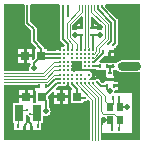
<source format=gtl>
G04*
G04 #@! TF.GenerationSoftware,Altium Limited,Altium Designer,19.0.15 (446)*
G04*
G04 Layer_Physical_Order=1*
G04 Layer_Color=255*
%FSLAX24Y24*%
%MOIN*%
G70*
G01*
G75*
%ADD10C,0.0079*%
%ADD12C,0.0049*%
%ADD13R,0.0295X0.0315*%
%ADD14R,0.0106X0.0118*%
%ADD15R,0.0217X0.0256*%
%ADD16C,0.0079*%
%ADD17R,0.0295X0.0551*%
%ADD18R,0.0118X0.0106*%
%ADD26C,0.0090*%
%ADD27C,0.0080*%
%ADD28C,0.0300*%
%ADD29R,0.0354X0.0354*%
%ADD30R,0.0315X0.0300*%
%ADD31C,0.0197*%
%ADD32C,0.0098*%
G36*
X280Y1587D02*
Y1346D01*
X277D01*
Y1214D01*
X227D01*
Y1164D01*
X81D01*
X80Y1164D01*
X40Y1139D01*
X35Y1140D01*
X10Y1142D01*
X-15Y1140D01*
X-28Y1137D01*
X-57Y1152D01*
X-78Y1172D01*
Y1294D01*
X234Y1606D01*
X280Y1587D01*
D02*
G37*
G36*
X935Y1265D02*
Y1172D01*
X914Y1152D01*
X885Y1137D01*
X871Y1140D01*
X846Y1142D01*
X822Y1140D01*
X798Y1134D01*
X788Y1131D01*
X752Y1147D01*
X738Y1161D01*
Y1164D01*
X600D01*
Y1214D01*
X550D01*
Y1346D01*
X547D01*
Y1588D01*
X593Y1607D01*
X935Y1265D01*
D02*
G37*
G36*
X-473Y1977D02*
Y825D01*
X-473Y825D01*
X-471Y806D01*
X-465Y787D01*
X-456Y770D01*
X-444Y755D01*
X-331Y642D01*
X-339Y586D01*
X-344Y581D01*
X-364Y579D01*
X-382Y574D01*
X-398Y565D01*
X-399Y566D01*
X-413Y578D01*
X-428Y588D01*
X-432Y589D01*
Y527D01*
X-436Y520D01*
X-442Y502D01*
X-442Y495D01*
Y482D01*
X-461Y463D01*
X-621D01*
X-637Y447D01*
X-646Y443D01*
X-906D01*
Y492D01*
X-974D01*
X-1013Y517D01*
X-1015Y536D01*
X-1021Y555D01*
X-1030Y572D01*
X-1042Y587D01*
X-1259Y804D01*
Y1177D01*
X-1259Y1177D01*
X-1261Y1197D01*
X-1267Y1215D01*
X-1276Y1232D01*
X-1288Y1247D01*
X-1288Y1247D01*
X-1466Y1425D01*
Y1978D01*
X-1421Y2007D01*
X-518D01*
X-473Y1977D01*
D02*
G37*
G36*
X-1664Y1978D02*
Y1384D01*
X-1664Y1384D01*
X-1662Y1365D01*
X-1656Y1346D01*
X-1647Y1329D01*
X-1635Y1314D01*
X-1457Y1136D01*
Y763D01*
X-1457Y763D01*
X-1455Y743D01*
X-1450Y725D01*
X-1441Y708D01*
X-1428Y693D01*
X-1274Y538D01*
X-1293Y492D01*
X-1319D01*
Y209D01*
X-1371Y157D01*
X-1417Y176D01*
Y226D01*
X-1594D01*
Y39D01*
X-1494D01*
X-1467Y34D01*
X-1458Y-14D01*
X-1460Y-15D01*
X-1476Y-34D01*
X-1489Y-55D01*
X-1498Y-78D01*
X-1504Y-102D01*
X-1506Y-127D01*
X-1504Y-152D01*
X-1499Y-171D01*
X-1500Y-179D01*
X-1531Y-221D01*
X-1532Y-221D01*
X-2343D01*
X-2361Y-173D01*
Y2007D01*
X-1709D01*
X-1664Y1978D01*
D02*
G37*
G36*
X2184Y131D02*
X2037D01*
X2037Y131D01*
X1588D01*
X1562Y129D01*
X1536Y124D01*
X1511Y116D01*
X1488Y104D01*
X1466Y90D01*
X1446Y72D01*
X1434Y58D01*
X1388Y49D01*
X1388Y49D01*
X1163D01*
Y49D01*
X853D01*
X834Y95D01*
X1008Y269D01*
X1053Y281D01*
X1053Y281D01*
X1135D01*
Y418D01*
X1185D01*
Y468D01*
X1317D01*
Y526D01*
X1318Y527D01*
X1334Y533D01*
X1348Y542D01*
X1361Y553D01*
X1372Y566D01*
X1381Y581D01*
X1386Y591D01*
X1428Y634D01*
X1428Y634D01*
X1441Y649D01*
X1450Y666D01*
X1455Y684D01*
X1457Y704D01*
X1457Y704D01*
Y1440D01*
X1457Y1440D01*
X1455Y1460D01*
X1450Y1478D01*
X1441Y1495D01*
X1428Y1510D01*
X1428Y1510D01*
X1014Y1924D01*
X1015Y1982D01*
X1037Y2004D01*
X1045Y2007D01*
X2184D01*
Y131D01*
D02*
G37*
G36*
X565Y-151D02*
X582Y-160D01*
X601Y-166D01*
X620Y-168D01*
X620Y-168D01*
X733D01*
Y-187D01*
X1055D01*
Y-379D01*
X1035D01*
Y-461D01*
X1310D01*
Y-379D01*
X1291D01*
Y-187D01*
X1388D01*
Y-187D01*
X1434Y-196D01*
X1446Y-210D01*
X1466Y-227D01*
X1488Y-242D01*
X1511Y-253D01*
X1536Y-262D01*
X1562Y-267D01*
X1588Y-268D01*
X2037D01*
X2037Y-268D01*
X2184D01*
Y-2538D01*
X930D01*
X881Y-2520D01*
Y-1794D01*
X885Y-1788D01*
X931Y-1768D01*
X937Y-1773D01*
X935Y-2303D01*
X1919D01*
Y-965D01*
X1370D01*
X1351Y-950D01*
X1328Y-915D01*
X1329Y-905D01*
X1368Y-859D01*
X1445D01*
Y-771D01*
X1313D01*
Y-671D01*
X1445D01*
Y-584D01*
X1310D01*
Y-561D01*
X1035D01*
Y-603D01*
X977D01*
Y-622D01*
X922D01*
X861Y-561D01*
X857Y-551D01*
X848Y-536D01*
X837Y-523D01*
X824Y-512D01*
X809Y-503D01*
X794Y-497D01*
X777Y-493D01*
X760Y-491D01*
X743Y-493D01*
X726Y-497D01*
X711Y-503D01*
X696Y-512D01*
X683Y-523D01*
X672Y-536D01*
X672Y-536D01*
X658Y-529D01*
X639Y-523D01*
X620Y-521D01*
X601Y-523D01*
X582Y-529D01*
X565Y-538D01*
X551Y-549D01*
X537Y-538D01*
X520Y-529D01*
X503Y-523D01*
X488Y-497D01*
X486Y-487D01*
X510Y-451D01*
X516Y-449D01*
X532Y-443D01*
X544Y-435D01*
X550Y-440D01*
X566Y-450D01*
X570Y-452D01*
Y-410D01*
X570Y-410D01*
X579Y-395D01*
X586Y-379D01*
X590Y-363D01*
X591Y-346D01*
X591Y-344D01*
X590Y-329D01*
X586Y-312D01*
X579Y-297D01*
X570Y-282D01*
X570Y-282D01*
Y-237D01*
X566Y-239D01*
X550Y-249D01*
X549Y-250D01*
X510Y-238D01*
X503Y-221D01*
X499Y-207D01*
X502Y-196D01*
X513Y-173D01*
X516Y-172D01*
X532Y-166D01*
X546Y-157D01*
X559Y-146D01*
X565Y-151D01*
D02*
G37*
G36*
X-168Y-672D02*
X-166Y-691D01*
X-160Y-710D01*
X-157Y-716D01*
Y-727D01*
X-153Y-726D01*
X-152Y-726D01*
X-151Y-727D01*
X-139Y-742D01*
X-65Y-816D01*
X-85Y-866D01*
X-118D01*
Y-1299D01*
X295D01*
Y-1259D01*
X301Y-1249D01*
X329Y-1226D01*
X345Y-1220D01*
X354Y-1221D01*
X371Y-1219D01*
X388Y-1215D01*
X404Y-1209D01*
X418Y-1200D01*
X431Y-1189D01*
X478Y-1187D01*
X516Y-1218D01*
Y-2520D01*
X468Y-2538D01*
X-2361D01*
Y-733D01*
X-2343Y-684D01*
X-1317D01*
Y-688D01*
X-1185D01*
Y-788D01*
X-1317D01*
Y-876D01*
X-1289D01*
Y-1299D01*
X-1338Y-1303D01*
X-1388D01*
Y-1133D01*
X-1841D01*
Y-1303D01*
X-2040D01*
Y-1972D01*
X-1999D01*
Y-2179D01*
X-1794D01*
Y-2199D01*
X-1712D01*
Y-2061D01*
X-1612D01*
Y-2199D01*
X-1576D01*
Y-2199D01*
X-1494D01*
Y-2061D01*
X-1394D01*
Y-2199D01*
X-1312D01*
Y-2179D01*
X-1107D01*
Y-1972D01*
X-1056D01*
Y-1746D01*
X-1050Y-1738D01*
X-1006Y-1714D01*
X-1004Y-1715D01*
X-979Y-1721D01*
X-955Y-1723D01*
X-930Y-1721D01*
X-906Y-1715D01*
X-883Y-1706D01*
X-862Y-1693D01*
X-843Y-1677D01*
X-827Y-1658D01*
X-814Y-1637D01*
X-804Y-1614D01*
X-799Y-1590D01*
X-797Y-1565D01*
X-799Y-1540D01*
X-804Y-1516D01*
X-814Y-1493D01*
X-827Y-1472D01*
X-843Y-1453D01*
X-856Y-1442D01*
Y-1211D01*
X-858Y-1191D01*
X-863Y-1173D01*
X-872Y-1156D01*
X-876Y-1151D01*
Y-1048D01*
X-719Y-891D01*
X-669Y-912D01*
Y-1033D01*
X-493D01*
Y-846D01*
X-604D01*
X-624Y-796D01*
X-547Y-719D01*
X-482D01*
X-463Y-717D01*
X-444Y-711D01*
X-427Y-702D01*
X-413Y-691D01*
X-399Y-702D01*
X-382Y-711D01*
X-364Y-717D01*
X-344Y-719D01*
X-325Y-717D01*
X-307Y-711D01*
X-291Y-703D01*
X-290Y-704D01*
X-276Y-716D01*
X-260Y-726D01*
X-257Y-727D01*
Y-665D01*
X-253Y-658D01*
X-247Y-639D01*
X-246Y-620D01*
X-168D01*
Y-672D01*
D02*
G37*
G36*
X-1573Y-1693D02*
X-1564Y-1708D01*
X-1553Y-1720D01*
X-1540Y-1732D01*
X-1526Y-1740D01*
X-1510Y-1747D01*
X-1493Y-1751D01*
X-1476Y-1752D01*
X-1469Y-1759D01*
Y-1923D01*
X-1530D01*
Y-1923D01*
X-1627D01*
Y-1691D01*
X-1580Y-1677D01*
X-1573Y-1693D01*
D02*
G37*
%LPC*%
G36*
X177Y1346D02*
X90D01*
Y1264D01*
X177D01*
Y1346D01*
D02*
G37*
G36*
X738D02*
X650D01*
Y1264D01*
X738D01*
Y1346D01*
D02*
G37*
G36*
X-1417Y512D02*
X-1594D01*
Y326D01*
X-1417D01*
Y512D01*
D02*
G37*
G36*
X-1694D02*
X-1870D01*
Y326D01*
X-1694D01*
Y512D01*
D02*
G37*
G36*
Y226D02*
X-1870D01*
Y39D01*
X-1694D01*
Y226D01*
D02*
G37*
G36*
X1317Y368D02*
X1235D01*
Y281D01*
X1317D01*
Y368D01*
D02*
G37*
G36*
X727Y-394D02*
X670D01*
Y-452D01*
X674Y-450D01*
X690Y-440D01*
X704Y-428D01*
X716Y-414D01*
X726Y-398D01*
X727Y-394D01*
D02*
G37*
G36*
X-1388Y-846D02*
X-1564D01*
Y-1033D01*
X-1388D01*
Y-846D01*
D02*
G37*
G36*
X-1664D02*
X-1841D01*
Y-1033D01*
X-1664D01*
Y-846D01*
D02*
G37*
G36*
X-217Y-846D02*
X-393D01*
Y-1033D01*
X-217D01*
Y-846D01*
D02*
G37*
G36*
Y-1133D02*
X-393D01*
Y-1319D01*
X-217D01*
Y-1133D01*
D02*
G37*
G36*
X-493D02*
X-669D01*
Y-1319D01*
X-493D01*
Y-1133D01*
D02*
G37*
%LPD*%
D10*
X-482Y207D02*
X-482D01*
X-1112D02*
Y276D01*
X-1348Y-127D02*
Y29D01*
X-1348Y30D02*
X-1348Y29D01*
X-1348Y30D02*
Y39D01*
X-1112Y276D01*
X-1112Y276D01*
X-1565Y1384D02*
Y1978D01*
Y1384D02*
X-1358Y1177D01*
Y763D02*
Y1177D01*
Y763D02*
X-1112Y517D01*
Y344D02*
X-482D01*
X-1112Y276D02*
Y344D01*
Y517D01*
X-1112Y207D02*
X-482D01*
X1201Y-1870D02*
X1257D01*
X974D02*
X1201D01*
X974Y-1870D02*
X974Y-1870D01*
X1257Y-2165D02*
Y-1870D01*
X1535Y-1417D02*
X1762D01*
X1500Y-1382D02*
X1535Y-1417D01*
X1500Y-1382D02*
Y-1112D01*
X1761Y-1419D02*
X1762Y-1417D01*
X1752Y-1419D02*
X1761D01*
X79Y-1083D02*
Y-820D01*
Y-1083D02*
X84Y-1088D01*
X89Y-1083D02*
X118Y-1112D01*
X354D01*
X-69Y-672D02*
X79Y-820D01*
X-1388Y-807D02*
Y-768D01*
X-1358Y-738D01*
X-1185D01*
X-207Y-758D02*
Y-620D01*
X-955Y-1565D02*
Y-1211D01*
X-1083Y-1083D02*
X-955Y-1211D01*
X902Y1897D02*
Y1969D01*
X1284Y630D02*
X1358Y704D01*
Y1440D01*
X902Y1897D02*
X1358Y1440D01*
X774Y1844D02*
Y1969D01*
X1134Y674D02*
X1230Y771D01*
Y1387D01*
X774Y1844D02*
X1230Y1387D01*
X667Y69D02*
X960Y362D01*
Y418D01*
X-640Y-482D02*
X-482D01*
X-896Y-738D02*
X-640Y-482D01*
X-961Y-738D02*
X-896D01*
X-588Y-620D02*
X-482D01*
X-1050Y-1083D02*
X-588Y-620D01*
X-1083Y-1083D02*
X-1050D01*
X-69Y-672D02*
Y-620D01*
X881Y-721D02*
X1089D01*
X760Y-600D02*
X881Y-721D01*
X620Y69D02*
X667D01*
X207Y970D02*
X226Y990D01*
X16D02*
X226D01*
X344Y-207D02*
X517D01*
X1089Y-823D02*
Y-721D01*
Y-823D02*
X1171Y-905D01*
X700Y1382D02*
X817Y1265D01*
X-1549Y-1901D02*
X-1548Y-1901D01*
X-1662Y-2015D02*
X-1549Y-1901D01*
X-1662Y-2061D02*
Y-2015D01*
X-1548Y-1901D02*
X-1444Y-2005D01*
Y-2061D02*
Y-2005D01*
X518Y-208D02*
X539D01*
X620Y-289D01*
Y-344D02*
Y-289D01*
Y-69D02*
X845D01*
X1132Y-511D02*
X1173D01*
X924Y-303D02*
X1132Y-511D01*
X207Y-207D02*
X344D01*
X517D02*
X518Y-208D01*
X811Y990D02*
X817Y984D01*
X600Y990D02*
X811D01*
X600D02*
X620Y970D01*
Y482D02*
Y970D01*
X207Y482D02*
Y970D01*
X10Y984D02*
X16Y990D01*
X-207Y1604D02*
Y1977D01*
Y482D02*
Y658D01*
X-374Y825D02*
X-207Y658D01*
X-374Y825D02*
Y1977D01*
X11Y1228D02*
X214D01*
X227Y1214D01*
X614Y1228D02*
X817D01*
X600Y1214D02*
X614Y1228D01*
X11D02*
Y1265D01*
X128Y1382D01*
D12*
X620Y-644D02*
Y-620D01*
X1317Y-1645D02*
X1482Y-1811D01*
X966Y-1645D02*
X1317D01*
X896Y-1575D02*
X966Y-1645D01*
X896Y-1575D02*
Y-1059D01*
X482Y-645D02*
Y-620D01*
Y-645D02*
X896Y-1059D01*
X1201Y-1417D02*
Y-1398D01*
X1482Y-2165D02*
Y-1811D01*
X1201Y-1398D02*
X1276Y-1323D01*
Y-1101D01*
X620Y-644D02*
X1024Y-1048D01*
Y-1220D02*
Y-1048D01*
Y-1220D02*
X1201Y-1398D01*
Y-1417D02*
Y-1398D01*
X69Y-650D02*
X600Y-1181D01*
X207Y-648D02*
X699Y-1140D01*
X207Y-648D02*
Y-620D01*
X344Y-647D02*
X797Y-1100D01*
X344Y-647D02*
Y-620D01*
X797Y-2520D02*
Y-1100D01*
X699Y-2520D02*
Y-1140D01*
X600Y-2520D02*
Y-1181D01*
X733Y587D02*
X1019Y872D01*
Y1300D01*
X562Y1756D02*
X1019Y1300D01*
X660Y1797D02*
Y1988D01*
X832Y546D02*
X1117Y831D01*
Y1340D01*
X660Y1797D02*
X1117Y1340D01*
X562Y1756D02*
Y1988D01*
X733Y434D02*
Y587D01*
X832Y393D02*
Y546D01*
X645Y207D02*
X832Y393D01*
X644Y344D02*
X733Y434D01*
X69Y-650D02*
Y-620D01*
X-261Y1370D02*
X167Y1798D01*
Y1988D01*
X-162Y1329D02*
X266Y1757D01*
Y1988D01*
X463Y566D02*
Y1988D01*
Y566D02*
X482Y546D01*
Y482D02*
Y546D01*
X364Y566D02*
Y1988D01*
X344Y546D02*
X364Y566D01*
X344Y482D02*
Y546D01*
X-1476Y-1644D02*
X-1269D01*
X-1263Y-1638D01*
X-922Y-600D02*
X-666Y-344D01*
X-2343Y-600D02*
X-922D01*
X-962Y-502D02*
X-667Y-207D01*
X-2343Y-502D02*
X-962D01*
X-1003Y-404D02*
X-669Y-69D01*
X-2343Y-404D02*
X-1003D01*
X-1044Y-305D02*
X-670Y69D01*
X-2343Y-305D02*
X-1044D01*
X-666Y-344D02*
X-482D01*
X-667Y-207D02*
X-482D01*
X-669Y-69D02*
X-482D01*
X-670Y69D02*
X-482D01*
X-1593Y-1535D02*
X-1568Y-1510D01*
X69Y482D02*
Y682D01*
X-162Y913D02*
X69Y682D01*
X-162Y913D02*
Y1329D01*
X-69Y482D02*
Y680D01*
X-261Y872D02*
X-69Y680D01*
X-261Y872D02*
Y1370D01*
X620Y344D02*
X644D01*
X-1731Y-1535D02*
X-1593D01*
X-1824Y-1628D02*
X-1731Y-1535D01*
X-1887Y-1691D02*
X-1834Y-1638D01*
X-1887Y-2061D02*
Y-1691D01*
X-1263Y-1638D02*
X-1219Y-1681D01*
Y-2061D02*
Y-1681D01*
X620Y207D02*
X645D01*
D13*
X-1644Y276D02*
D03*
X-1112D02*
D03*
X-1083Y-1083D02*
D03*
X-1614D02*
D03*
X-443Y-1083D02*
D03*
X89D02*
D03*
D14*
X1500Y-1112D02*
D03*
X1276D02*
D03*
X1257Y-2165D02*
D03*
X1482D02*
D03*
X1089Y-721D02*
D03*
X1313D02*
D03*
X1275Y-69D02*
D03*
X1500D02*
D03*
X845Y-69D02*
D03*
X1070D02*
D03*
X-1444Y-2061D02*
D03*
X-1219D02*
D03*
X-1662Y-2061D02*
D03*
X-1887Y-2061D02*
D03*
X1185Y418D02*
D03*
X960D02*
D03*
X-1185Y-738D02*
D03*
X-961D02*
D03*
D15*
X1535Y-1870D02*
D03*
X1201Y-1870D02*
D03*
Y-1417D02*
D03*
X1535Y-1417D02*
D03*
D16*
X344Y344D02*
D03*
X620Y-344D02*
D03*
X482D02*
D03*
X620Y-620D02*
D03*
X-482Y482D02*
D03*
X-344D02*
D03*
X-207D02*
D03*
X-69D02*
D03*
X69D02*
D03*
X207D02*
D03*
X344D02*
D03*
X482D02*
D03*
X620D02*
D03*
X-482Y344D02*
D03*
X-344D02*
D03*
X-207D02*
D03*
X-69D02*
D03*
X69D02*
D03*
X207D02*
D03*
X482D02*
D03*
X620D02*
D03*
X-482Y207D02*
D03*
X-344D02*
D03*
X-69D02*
D03*
X69D02*
D03*
X207D02*
D03*
X344D02*
D03*
X482D02*
D03*
X620D02*
D03*
X-482Y69D02*
D03*
X-344D02*
D03*
X-207D02*
D03*
X-69D02*
D03*
X69D02*
D03*
X207D02*
D03*
X344D02*
D03*
X482D02*
D03*
X620D02*
D03*
X-482Y-69D02*
D03*
X-344D02*
D03*
X-207D02*
D03*
X-69D02*
D03*
X69D02*
D03*
X207D02*
D03*
X344D02*
D03*
X482D02*
D03*
X620D02*
D03*
X-482Y-207D02*
D03*
X-344D02*
D03*
X-207D02*
D03*
X-69D02*
D03*
X69D02*
D03*
X207D02*
D03*
X344D02*
D03*
X-482Y-344D02*
D03*
X-344D02*
D03*
X-207D02*
D03*
X-69D02*
D03*
X69D02*
D03*
X207D02*
D03*
X-482Y-482D02*
D03*
X-344D02*
D03*
X-207D02*
D03*
X-69D02*
D03*
X69D02*
D03*
X207D02*
D03*
X344D02*
D03*
X-482Y-620D02*
D03*
X-344D02*
D03*
X-207D02*
D03*
X-69D02*
D03*
X69D02*
D03*
X207D02*
D03*
X344D02*
D03*
X482D02*
D03*
D17*
X-1834Y-1638D02*
D03*
X-1263D02*
D03*
D18*
X600Y1214D02*
D03*
Y990D02*
D03*
X227Y1214D02*
D03*
Y990D02*
D03*
X1173Y-287D02*
D03*
Y-511D02*
D03*
D26*
X1072Y-69D02*
X1178D01*
X1275D01*
X1280D01*
D27*
X1173Y-74D02*
X1178Y-69D01*
X1173Y-287D02*
Y-74D01*
D28*
X1588Y-69D02*
X2037D01*
D29*
X69Y-69D02*
D03*
D30*
X2030Y-69D02*
D03*
D31*
X-1585Y1083D02*
D03*
X-1969Y285D02*
D03*
X-817Y600D02*
D03*
X2067Y-2421D02*
D03*
X2067Y-1093D02*
D03*
X1004Y-2421D02*
D03*
X974Y-1870D02*
D03*
X1752Y-1419D02*
D03*
X-610Y1604D02*
D03*
X-1260Y1880D02*
D03*
X-935Y1289D02*
D03*
X1427Y453D02*
D03*
X394Y-1624D02*
D03*
X-974Y-2057D02*
D03*
X-364Y-2421D02*
D03*
X-955Y-1565D02*
D03*
X157Y20D02*
D03*
X-167Y-1388D02*
D03*
X-20Y-157D02*
D03*
X157Y-2096D02*
D03*
X-974Y-2421D02*
D03*
X1535Y-709D02*
D03*
X1171Y-905D02*
D03*
X2067Y797D02*
D03*
X1575Y1299D02*
D03*
X2067Y1890D02*
D03*
X1220Y1890D02*
D03*
X394Y-2411D02*
D03*
X1722Y-389D02*
D03*
X2067Y249D02*
D03*
X2047Y-389D02*
D03*
X1722Y249D02*
D03*
X1148Y190D02*
D03*
X924Y-303D02*
D03*
X1440Y-380D02*
D03*
X-1348Y-127D02*
D03*
X846Y984D02*
D03*
X10D02*
D03*
X10Y1228D02*
D03*
X846D02*
D03*
X-2244Y-98D02*
D03*
Y778D02*
D03*
X-1949Y-1181D02*
D03*
X-650Y1890D02*
D03*
X2067Y1299D02*
D03*
X-1783Y1890D02*
D03*
X-2244Y1368D02*
D03*
Y1890D02*
D03*
X-2234Y-2421D02*
D03*
D32*
X-344Y344D02*
D03*
X354Y-1112D02*
D03*
X344Y-69D02*
D03*
Y69D02*
D03*
Y207D02*
D03*
X207Y207D02*
D03*
X69Y207D02*
D03*
X1134Y674D02*
D03*
X1284Y630D02*
D03*
X-1368Y-827D02*
D03*
X-69Y-344D02*
D03*
X69D02*
D03*
X-207D02*
D03*
X207Y-344D02*
D03*
X-207Y-207D02*
D03*
Y-69D02*
D03*
Y69D02*
D03*
X-69Y207D02*
D03*
X-1548Y-1770D02*
D03*
X-1476Y-1644D02*
D03*
X-344Y-207D02*
D03*
Y-69D02*
D03*
Y69D02*
D03*
Y207D02*
D03*
X344Y344D02*
D03*
X-482Y482D02*
D03*
X760Y-600D02*
D03*
X482Y-346D02*
D03*
X344Y-482D02*
D03*
X-344D02*
D03*
X-207D02*
D03*
X-69D02*
D03*
X69D02*
D03*
X207D02*
D03*
X482Y-69D02*
D03*
Y69D02*
D03*
Y207D02*
D03*
Y344D02*
D03*
X-69D02*
D03*
X69D02*
D03*
X207D02*
D03*
X-344Y-344D02*
D03*
X-1568Y-1510D02*
D03*
X-207Y1604D02*
D03*
M02*

</source>
